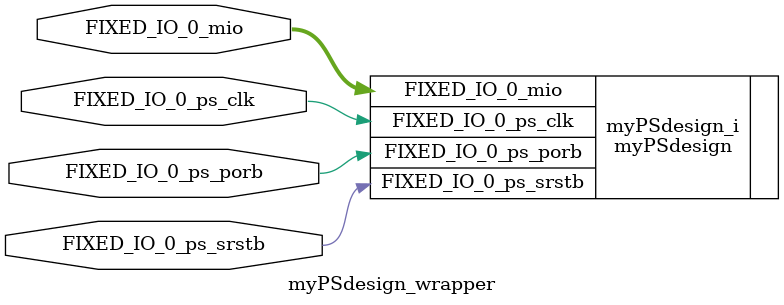
<source format=v>
`timescale 1 ps / 1 ps

module myPSdesign_wrapper
   (FIXED_IO_0_mio,
    FIXED_IO_0_ps_clk,
    FIXED_IO_0_ps_porb,
    FIXED_IO_0_ps_srstb);
  inout [53:0]FIXED_IO_0_mio;
  inout FIXED_IO_0_ps_clk;
  inout FIXED_IO_0_ps_porb;
  inout FIXED_IO_0_ps_srstb;

  wire [53:0]FIXED_IO_0_mio;
  wire FIXED_IO_0_ps_clk;
  wire FIXED_IO_0_ps_porb;
  wire FIXED_IO_0_ps_srstb;

  myPSdesign myPSdesign_i
       (.FIXED_IO_0_mio(FIXED_IO_0_mio),
        .FIXED_IO_0_ps_clk(FIXED_IO_0_ps_clk),
        .FIXED_IO_0_ps_porb(FIXED_IO_0_ps_porb),
        .FIXED_IO_0_ps_srstb(FIXED_IO_0_ps_srstb));
endmodule

</source>
